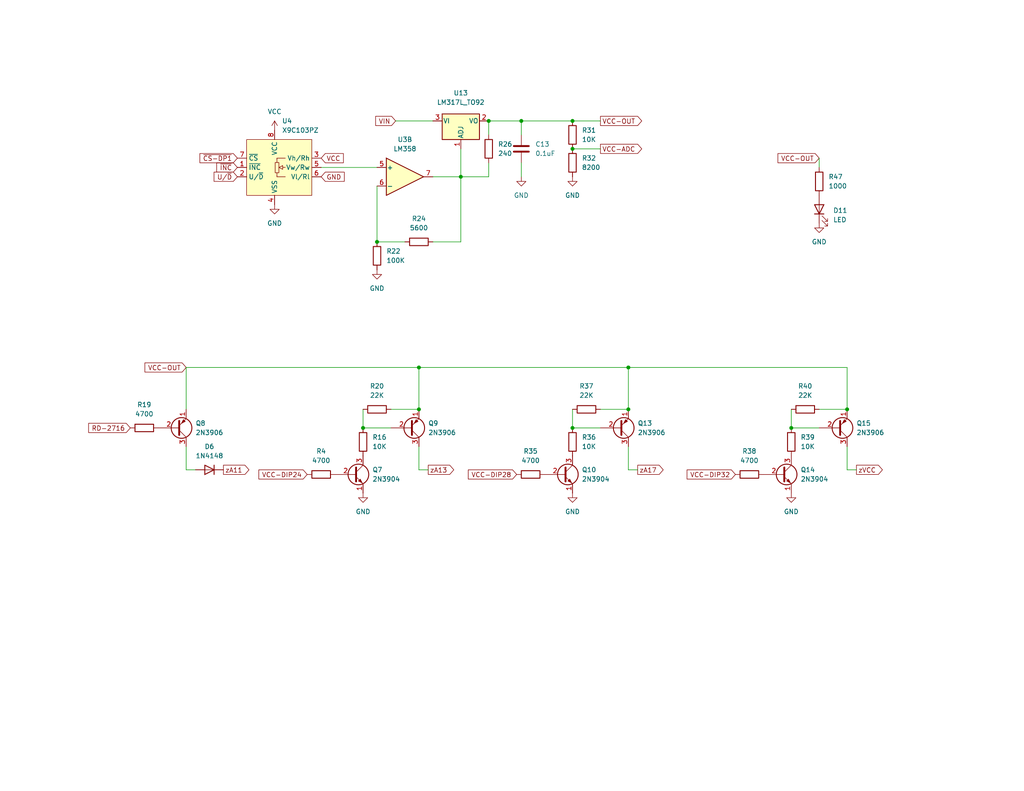
<source format=kicad_sch>
(kicad_sch (version 20211123) (generator eeschema)
  (paper "A")
  (lib_symbols
    (symbol "Amplifier_Operational:LM358" (pin_names (offset 0.127))
      (property "Reference" "U" (at 0 5.08 0))
      (property "Value" "LM358" (at 0 -5.08 0))
      (symbol "LM358_1_1"
        (polyline (pts (xy -5.08 5.08) (xy 5.08 0) (xy -5.08 -5.08) (xy -5.08 5.08)) (stroke (width 0.254)) (fill (type background)))
        (pin output line (at 7.62 0 180) (length 2.54) (name "~") (number "1"))
        (pin input line (at -7.62 -2.54 0) (length 2.54) (name "-") (number "2"))
        (pin input line (at -7.62 2.54 0) (length 2.54) (name "+") (number "3"))
      )
      (symbol "LM358_2_1"
        (polyline (pts (xy -5.08 5.08) (xy 5.08 0) (xy -5.08 -5.08) (xy -5.08 5.08)) (stroke (width 0.254)) (fill (type background)))
        (pin input line (at -7.62 2.54 0) (length 2.54) (name "+") (number "5"))
        (pin input line (at -7.62 -2.54 0) (length 2.54) (name "-") (number "6"))
        (pin output line (at 7.62 0 180) (length 2.54) (name "~") (number "7"))
      )
      (symbol "LM358_3_1"
        (pin power_in line (at -2.54 -7.62 90) (length 3.81) (name "V-") (number "4"))
        (pin power_in line (at -2.54 7.62 270) (length 3.81) (name "V+") (number "8"))
      )
    )
    (symbol "Device:C" (pin_numbers hide) (pin_names (offset 0.254))
      (property "Reference" "C" (at 0.635 2.54 0))
      (property "Value" "C" (at 0.635 -2.54 0))
      (symbol "C_0_1"
        (polyline (pts (xy -2.032 -0.762) (xy 2.032 -0.762)) (stroke (width 0.508)))
        (polyline (pts (xy -2.032 0.762) (xy 2.032 0.762)) (stroke (width 0.508)))
      )
      (symbol "C_1_1"
        (pin passive line (at 0 3.81 270) (length 2.794) (name "~") (number "1"))
        (pin passive line (at 0 -3.81 90) (length 2.794) (name "~") (number "2"))
      )
    )
    (symbol "Device:LED" (pin_numbers hide) (pin_names (offset 1.016) hide)
      (property "Reference" "D" (at 0 2.54 0))
      (property "Value" "LED" (at 0 -2.54 0))
      (symbol "LED_0_1"
        (polyline (pts (xy -1.27 -1.27) (xy -1.27 1.27)) (stroke (width 0.254)))
        (polyline (pts (xy -1.27 0) (xy 1.27 0)))
        (polyline (pts (xy 1.27 -1.27) (xy 1.27 1.27) (xy -1.27 0) (xy 1.27 -1.27)) (stroke (width 0.254)))
        (polyline (pts (xy -3.048 -0.762) (xy -4.572 -2.286) (xy -3.81 -2.286) (xy -4.572 -2.286) (xy -4.572 -1.524)))
        (polyline (pts (xy -1.778 -0.762) (xy -3.302 -2.286) (xy -2.54 -2.286) (xy -3.302 -2.286) (xy -3.302 -1.524)))
      )
      (symbol "LED_1_1"
        (pin passive line (at -3.81 0 0) (length 2.54) (name "K") (number "1"))
        (pin passive line (at 3.81 0 180) (length 2.54) (name "A") (number "2"))
      )
    )
    (symbol "Device:R" (pin_numbers hide) (pin_names (offset 0))
      (property "Reference" "R" (at 2.032 0 90))
      (property "Value" "R" (at 0 0 90))
      (symbol "R_0_1"
        (rectangle (start -1.016 -2.54) (end 1.016 2.54) (stroke (width 0.254)))
      )
      (symbol "R_1_1"
        (pin passive line (at 0 3.81 270) (length 1.27) (name "~") (number "1"))
        (pin passive line (at 0 -3.81 90) (length 1.27) (name "~") (number "2"))
      )
    )
    (symbol "Diode:1N4148" (pin_numbers hide) (pin_names hide)
      (property "Reference" "D" (at 0 2.54 0))
      (property "Value" "1N4148" (at 0 -2.54 0))
      (symbol "1N4148_0_1"
        (polyline (pts (xy -1.27 1.27) (xy -1.27 -1.27)) (stroke (width 0.254)))
        (polyline (pts (xy 1.27 0) (xy -1.27 0)))
        (polyline (pts (xy 1.27 1.27) (xy 1.27 -1.27) (xy -1.27 0) (xy 1.27 1.27)) (stroke (width 0.254)))
      )
      (symbol "1N4148_1_1"
        (pin passive line (at -3.81 0 0) (length 2.54) (name "K") (number "1"))
        (pin passive line (at 3.81 0 180) (length 2.54) (name "A") (number "2"))
      )
    )
    (symbol "Regulator_Linear:LM317L_TO92" (pin_names (offset 0.254))
      (property "Reference" "U" (at -3.81 3.175 0))
      (property "Value" "LM317L_TO92" (at 0 3.175 0))
      (symbol "LM317L_TO92_0_1"
        (rectangle (start -5.08 1.905) (end 5.08 -5.08) (stroke (width 0.254)) (fill (type background)))
      )
      (symbol "LM317L_TO92_1_1"
        (pin input line (at 0 -7.62 90) (length 2.54) (name "ADJ") (number "1"))
        (pin power_out line (at 7.62 0 180) (length 2.54) (name "VO") (number "2"))
        (pin power_in line (at -7.62 0 0) (length 2.54) (name "VI") (number "3"))
      )
    )
    (symbol "Transistor_BJT:2N3904" (pin_names (offset 0) hide)
      (property "Reference" "Q" (at 5.08 1.905 0))
      (property "Value" "2N3904" (at 5.08 0 0))
      (symbol "2N3904_0_1"
        (polyline (pts (xy 0.635 0.635) (xy 2.54 2.54)))
        (polyline (pts (xy 0.635 -0.635) (xy 2.54 -2.54) (xy 2.54 -2.54)))
        (polyline (pts (xy 0.635 1.905) (xy 0.635 -1.905) (xy 0.635 -1.905)) (stroke (width 0.508)))
        (polyline (pts (xy 1.27 -1.778) (xy 1.778 -1.27) (xy 2.286 -2.286) (xy 1.27 -1.778) (xy 1.27 -1.778)) (fill (type outline)))
        (circle (center 1.27 0) (radius 2.8194) (stroke (width 0.254)))
      )
      (symbol "2N3904_1_1"
        (pin passive line (at 2.54 -5.08 90) (length 2.54) (name "E") (number "1"))
        (pin passive line (at -5.08 0 0) (length 5.715) (name "B") (number "2"))
        (pin passive line (at 2.54 5.08 270) (length 2.54) (name "C") (number "3"))
      )
    )
    (symbol "Transistor_BJT:2N3906" (pin_names (offset 0) hide)
      (property "Reference" "Q" (at 5.08 1.905 0))
      (property "Value" "2N3906" (at 5.08 0 0))
      (symbol "2N3906_0_1"
        (polyline (pts (xy 0.635 0.635) (xy 2.54 2.54)))
        (polyline (pts (xy 0.635 -0.635) (xy 2.54 -2.54) (xy 2.54 -2.54)))
        (polyline (pts (xy 0.635 1.905) (xy 0.635 -1.905) (xy 0.635 -1.905)) (stroke (width 0.508)))
        (polyline (pts (xy 2.286 -1.778) (xy 1.778 -2.286) (xy 1.27 -1.27) (xy 2.286 -1.778) (xy 2.286 -1.778)) (fill (type outline)))
        (circle (center 1.27 0) (radius 2.8194) (stroke (width 0.254)))
      )
      (symbol "2N3906_1_1"
        (pin passive line (at 2.54 -5.08 90) (length 2.54) (name "E") (number "1"))
        (pin input line (at -5.08 0 0) (length 5.715) (name "B") (number "2"))
        (pin passive line (at 2.54 5.08 270) (length 2.54) (name "C") (number "3"))
      )
    )
    (symbol "X9Cxxx:X9C103PZ"
      (property "Reference" "U?" (at 0.7494 12.7 0))
      (property "Value" "X9C103PZ" (at 0.7494 10.16 0))
      (symbol "X9C103PZ_0_1"
        (polyline (pts (xy -1.27 7.62) (xy 8.89 7.62) (xy 8.89 -5.08) (xy 8.89 -7.62) (xy -8.89 -7.62) (xy -8.89 7.62) (xy -1.27 7.62)) (fill (type background)))
      )
      (symbol "X9C103PZ_1_1"
        (rectangle (start -1.1176 1.3462) (end -0.1016 -1.4478))
        (polyline (pts (xy -0.635 -2.286) (xy -0.635 -1.4478)))
        (polyline (pts (xy -0.635 2.3114) (xy -0.635 1.3716)))
        (polyline (pts (xy 0.9398 0.0254) (xy 1.651 0.0254)))
        (polyline (pts (xy -0.635 -2.54) (xy -0.635 -2.286) (xy -0.635 -2.286)) (fill (type background)))
        (polyline (pts (xy -0.635 -2.54) (xy 1.651 -2.54) (xy 1.651 -2.54)) (fill (type background)))
        (polyline (pts (xy -0.635 2.54) (xy -0.635 2.286) (xy -0.635 2.286)))
        (polyline (pts (xy -0.635 2.54) (xy 1.651 2.54) (xy 1.651 2.54)) (fill (type background)))
        (polyline (pts (xy 0.9398 0.508) (xy 0.9398 -0.508) (xy -0.0762 0) (xy 0.9398 0.508) (xy 0.9398 0.508)) (fill (type background)))
        (pin input line (at -11.43 0 0) (length 2.54) (name "~{INC}") (number "1"))
        (pin input line (at -11.43 -2.54 0) (length 2.54) (name "U/~{D}") (number "2"))
        (pin passive line (at 11.43 2.54 180) (length 2.54) (name "Vh/Rh") (number "3"))
        (pin power_in line (at -1.27 -10.16 90) (length 2.54) (name "VSS") (number "4"))
        (pin passive line (at 11.43 0 180) (length 2.54) (name "Vw/Rw") (number "5"))
        (pin passive line (at 11.43 -2.54 180) (length 2.54) (name "Vl/Rl") (number "6"))
        (pin input line (at -11.43 2.54 0) (length 2.54) (name "~{CS}") (number "7"))
        (pin power_in line (at -1.27 10.16 270) (length 2.54) (name "VCC") (number "8"))
      )
    )
    (symbol "power:GND" (power) (pin_names (offset 0))
      (property "Value" "GND" (at 0 -3.81 0))
      (symbol "GND_0_1"
        (polyline (pts (xy 0 0) (xy 0 -1.27) (xy 1.27 -1.27) (xy 0 -2.54) (xy -1.27 -1.27) (xy 0 -1.27)))
      )
      (symbol "GND_1_1"
        (pin power_in line (at 0 0 270) (length 0) hide (name "GND") (number "1"))
      )
    )
    (symbol "power:VCC" (power) (pin_names (offset 0))
      (property "Value" "VCC" (at 0 3.81 0))
      (symbol "VCC_0_1"
        (polyline (pts (xy -0.762 1.27) (xy 0 2.54)))
        (polyline (pts (xy 0 0) (xy 0 2.54)))
        (polyline (pts (xy 0 2.54) (xy 0.762 1.27)))
      )
      (symbol "VCC_1_1"
        (pin power_in line (at 0 0 90) (length 0) hide (name "VCC") (number "1"))
      )
    )
  )
  (junction (at 156.21 116.84))
  (junction (at 156.21 40.64))
  (junction (at 171.45 100.33))
  (junction (at 133.35 33.02))
  (junction (at 125.73 48.26))
  (junction (at 142.24 33.02))
  (junction (at 102.87 66.04))
  (junction (at 215.9 116.84))
  (junction (at 114.3 100.33))
  (junction (at 231.14 111.76))
  (junction (at 114.3 111.76))
  (junction (at 99.06 116.84))
  (junction (at 171.45 111.76))
  (junction (at 156.21 33.02))
  (wire (pts (xy 156.21 111.76) (xy 156.21 116.84)))
  (wire (pts (xy 114.3 128.27) (xy 116.84 128.27)))
  (wire (pts (xy 231.14 128.27) (xy 233.68 128.27)))
  (wire (pts (xy 87.63 45.72) (xy 102.87 45.72)))
  (wire (pts (xy 118.11 66.04) (xy 125.73 66.04)))
  (wire (pts (xy 107.95 33.02) (xy 118.11 33.02)))
  (wire (pts (xy 118.11 48.26) (xy 125.73 48.26)))
  (wire (pts (xy 223.52 111.76) (xy 231.14 111.76)))
  (wire (pts (xy 171.45 128.27) (xy 173.99 128.27)))
  (wire (pts (xy 133.35 33.02) (xy 133.35 36.83)))
  (wire (pts (xy 50.8 100.33) (xy 114.3 100.33)))
  (wire (pts (xy 142.24 44.45) (xy 142.24 48.26)))
  (wire (pts (xy 133.35 44.45) (xy 133.35 48.26)))
  (wire (pts (xy 114.3 100.33) (xy 114.3 111.76)))
  (wire (pts (xy 133.35 48.26) (xy 125.73 48.26)))
  (wire (pts (xy 156.21 116.84) (xy 163.83 116.84)))
  (wire (pts (xy 171.45 121.92) (xy 171.45 128.27)))
  (wire (pts (xy 215.9 116.84) (xy 223.52 116.84)))
  (wire (pts (xy 215.9 111.76) (xy 215.9 116.84)))
  (wire (pts (xy 50.8 100.33) (xy 50.8 111.76)))
  (wire (pts (xy 163.83 111.76) (xy 171.45 111.76)))
  (wire (pts (xy 125.73 66.04) (xy 125.73 48.26)))
  (wire (pts (xy 171.45 100.33) (xy 171.45 111.76)))
  (wire (pts (xy 106.68 111.76) (xy 114.3 111.76)))
  (wire (pts (xy 156.21 33.02) (xy 163.83 33.02)))
  (wire (pts (xy 50.8 121.92) (xy 50.8 128.27)))
  (wire (pts (xy 156.21 40.64) (xy 163.83 40.64)))
  (wire (pts (xy 231.14 100.33) (xy 231.14 111.76)))
  (wire (pts (xy 114.3 121.92) (xy 114.3 128.27)))
  (wire (pts (xy 142.24 33.02) (xy 156.21 33.02)))
  (wire (pts (xy 223.52 43.18) (xy 223.52 45.72)))
  (wire (pts (xy 99.06 116.84) (xy 106.68 116.84)))
  (wire (pts (xy 231.14 121.92) (xy 231.14 128.27)))
  (wire (pts (xy 99.06 111.76) (xy 99.06 116.84)))
  (wire (pts (xy 114.3 100.33) (xy 171.45 100.33)))
  (wire (pts (xy 102.87 50.8) (xy 102.87 66.04)))
  (wire (pts (xy 142.24 33.02) (xy 142.24 36.83)))
  (wire (pts (xy 50.8 128.27) (xy 53.34 128.27)))
  (wire (pts (xy 110.49 66.04) (xy 102.87 66.04)))
  (wire (pts (xy 125.73 48.26) (xy 125.73 40.64)))
  (wire (pts (xy 171.45 100.33) (xy 231.14 100.33)))
  (wire (pts (xy 133.35 33.02) (xy 142.24 33.02)))
  (global_label "VCC" (shape input) (at 87.63 43.18 0) (property "Intersheet References" "${INTERSHEET_REFS}" (effects hide)))
  (global_label "VCC-OUT" (shape input) (at 50.8 100.33 180) (property "Intersheet References" "${INTERSHEET_REFS}" (effects hide)))
  (global_label "VCC-DIP24" (shape input) (at 83.82 129.54 180) (property "Intersheet References" "${INTERSHEET_REFS}" (effects hide)))
  (global_label "zA17" (shape output) (at 173.99 128.27 0) (property "Intersheet References" "${INTERSHEET_REFS}" (effects hide)))
  (global_label "~{INC}" (shape input) (at 64.77 45.72 180) (property "Intersheet References" "${INTERSHEET_REFS}" (effects hide)))
  (global_label "VCC-DIP32" (shape input) (at 200.66 129.54 180) (property "Intersheet References" "${INTERSHEET_REFS}" (effects hide)))
  (global_label "VIN" (shape input) (at 107.95 33.02 180) (property "Intersheet References" "${INTERSHEET_REFS}" (effects hide)))
  (global_label "RD-2716" (shape input) (at 35.56 116.84 180) (property "Intersheet References" "${INTERSHEET_REFS}" (effects hide)))
  (global_label "zA13" (shape output) (at 116.84 128.27 0) (property "Intersheet References" "${INTERSHEET_REFS}" (effects hide)))
  (global_label "zA11" (shape output) (at 60.96 128.27 0) (property "Intersheet References" "${INTERSHEET_REFS}" (effects hide)))
  (global_label "VCC-ADC" (shape output) (at 163.83 40.64 0) (property "Intersheet References" "${INTERSHEET_REFS}" (effects hide)))
  (global_label "VCC-DIP28" (shape input) (at 140.97 129.54 180) (property "Intersheet References" "${INTERSHEET_REFS}" (effects hide)))
  (global_label "U{slash}~{D}" (shape input) (at 64.77 48.26 180) (property "Intersheet References" "${INTERSHEET_REFS}" (effects hide)))
  (global_label "VCC-OUT" (shape output) (at 163.83 33.02 0) (property "Intersheet References" "${INTERSHEET_REFS}" (effects hide)))
  (global_label "~{CS-DP1}" (shape input) (at 64.77 43.18 180) (property "Intersheet References" "${INTERSHEET_REFS}" (effects hide)))
  (global_label "zVCC" (shape output) (at 233.68 128.27 0) (property "Intersheet References" "${INTERSHEET_REFS}" (effects hide)))
  (global_label "GND" (shape input) (at 87.63 48.26 0) (property "Intersheet References" "${INTERSHEET_REFS}" (effects hide)))
  (global_label "VCC-OUT" (shape input) (at 223.52 43.18 180) (property "Intersheet References" "${INTERSHEET_REFS}" (effects hide)))
  (symbol (lib_id "Device:R") (at 114.3 66.04 90) (unit 1)
    (property "Reference" "R24" (at 114.3 59.69 90))
    (property "Value" "5600" (at 114.3 62.23 90))
    (property "Footprint" "Resistor_THT:R_Axial_DIN0207_L6.3mm_D2.5mm_P7.62mm_Horizontal" (effects hide))
  )
  (symbol (lib_id "Device:R") (at 99.06 120.65 0) (unit 1)
    (property "Reference" "R16" (at 101.6 119.3799 0) (effects (justify left)))
    (property "Value" "10K" (at 101.6 121.9199 0) (effects (justify left)))
    (property "Footprint" "Resistor_THT:R_Axial_DIN0207_L6.3mm_D2.5mm_P7.62mm_Horizontal" (effects hide))
  )
  (symbol (lib_id "Device:R") (at 144.78 129.54 90) (unit 1)
    (property "Reference" "R35" (at 144.78 123.19 90))
    (property "Value" "4700" (at 144.78 125.73 90))
    (property "Footprint" "Resistor_THT:R_Axial_DIN0207_L6.3mm_D2.5mm_P7.62mm_Horizontal" (effects hide))
  )
  (symbol (lib_id "Device:C") (at 142.24 40.64 0) (unit 1)
    (property "Reference" "C13" (at 146.05 39.3699 0) (effects (justify left)))
    (property "Value" "0.1uF" (at 146.05 41.9099 0) (effects (justify left)))
    (property "Footprint" "Capacitor_THT:C_Disc_D5.0mm_W2.5mm_P5.00mm" (effects hide))
  )
  (symbol (lib_id "Transistor_BJT:2N3906") (at 168.91 116.84 0) (mirror x) (unit 1)
    (property "Reference" "Q13" (at 173.99 115.5699 0) (effects (justify left)))
    (property "Value" "2N3906" (at 173.99 118.1099 0) (effects (justify left)))
    (property "Footprint" "Package_TO_SOT_THT:TO-92_HandSolder" (effects hide))
    (property "Datasheet" "https://www.onsemi.com/pub/Collateral/2N3906-D.PDF" (effects hide))
  )
  (symbol (lib_id "Device:R") (at 160.02 111.76 90) (unit 1)
    (property "Reference" "R37" (at 160.02 105.41 90))
    (property "Value" "22K" (at 160.02 107.95 90))
    (property "Footprint" "Resistor_THT:R_Axial_DIN0207_L6.3mm_D2.5mm_P7.62mm_Horizontal" (effects hide))
  )
  (symbol (lib_id "Device:R") (at 102.87 69.85 0) (unit 1)
    (property "Reference" "R22" (at 105.41 68.5799 0) (effects (justify left)))
    (property "Value" "100K" (at 105.41 71.1199 0) (effects (justify left)))
    (property "Footprint" "Resistor_THT:R_Axial_DIN0207_L6.3mm_D2.5mm_P7.62mm_Horizontal" (effects hide))
  )
  (symbol (lib_id "power:GND") (at 102.87 73.66 0) (unit 1)
    (property "Reference" "#PWR022" (effects hide))
    (property "Value" "GND" (at 102.87 78.74 0))
  )
  (symbol (lib_id "Transistor_BJT:2N3906") (at 48.26 116.84 0) (mirror x) (unit 1)
    (property "Reference" "Q8" (at 53.34 115.5699 0) (effects (justify left)))
    (property "Value" "2N3906" (at 53.34 118.1099 0) (effects (justify left)))
    (property "Footprint" "Package_TO_SOT_THT:TO-92_HandSolder" (effects hide))
    (property "Datasheet" "https://www.onsemi.com/pub/Collateral/2N3906-D.PDF" (effects hide))
  )
  (symbol (lib_id "Transistor_BJT:2N3906") (at 228.6 116.84 0) (mirror x) (unit 1)
    (property "Reference" "Q15" (at 233.68 115.5699 0) (effects (justify left)))
    (property "Value" "2N3906" (at 233.68 118.1099 0) (effects (justify left)))
    (property "Footprint" "Package_TO_SOT_THT:TO-92_HandSolder" (effects hide))
    (property "Datasheet" "https://www.onsemi.com/pub/Collateral/2N3906-D.PDF" (effects hide))
  )
  (symbol (lib_id "X9Cxxx:X9C103PZ") (at 76.2 45.72 0) (unit 1)
    (property "Reference" "U4" (at 76.9494 33.02 0) (effects (justify left)))
    (property "Value" "X9C103PZ" (at 76.9494 35.56 0) (effects (justify left)))
    (property "Footprint" "Package_DIP:DIP-8_W7.62mm_Socket" (effects hide))
    (property "Datasheet" "https://www.renesas.com/us/en/document/dst/x9c102-x9c103-x9c104-x9c503-datasheet" (effects hide))
  )
  (symbol (lib_id "Transistor_BJT:2N3904") (at 96.52 129.54 0) (unit 1)
    (property "Reference" "Q7" (at 101.6 128.2699 0) (effects (justify left)))
    (property "Value" "2N3904" (at 101.6 130.8099 0) (effects (justify left)))
    (property "Footprint" "Package_TO_SOT_THT:TO-92_HandSolder" (effects hide))
    (property "Datasheet" "https://www.onsemi.com/pub/Collateral/2N3903-D.PDF" (effects hide))
  )
  (symbol (lib_id "power:GND") (at 74.93 55.88 0) (unit 1)
    (property "Reference" "#PWR057" (effects hide))
    (property "Value" "GND" (at 74.93 60.96 0))
  )
  (symbol (lib_id "Amplifier_Operational:LM358") (at 110.49 48.26 0) (unit 2)
    (property "Reference" "U3" (at 110.49 38.1 0))
    (property "Value" "LM358" (at 110.49 40.64 0))
    (property "Footprint" "Package_DIP:DIP-8_W7.62mm_Socket" (effects hide))
    (property "Datasheet" "http://www.ti.com/lit/ds/symlink/lm2904-n.pdf" (effects hide))
  )
  (symbol (lib_id "Transistor_BJT:2N3904") (at 153.67 129.54 0) (unit 1)
    (property "Reference" "Q10" (at 158.75 128.2699 0) (effects (justify left)))
    (property "Value" "2N3904" (at 158.75 130.8099 0) (effects (justify left)))
    (property "Footprint" "Package_TO_SOT_THT:TO-92_HandSolder" (effects hide))
    (property "Datasheet" "https://www.onsemi.com/pub/Collateral/2N3903-D.PDF" (effects hide))
  )
  (symbol (lib_id "Device:R") (at 156.21 44.45 0) (unit 1)
    (property "Reference" "R32" (at 158.75 43.1799 0) (effects (justify left)))
    (property "Value" "8200" (at 158.75 45.7199 0) (effects (justify left)))
    (property "Footprint" "Resistor_THT:R_Axial_DIN0207_L6.3mm_D2.5mm_P7.62mm_Horizontal" (effects hide))
  )
  (symbol (lib_id "Diode:1N4148") (at 57.15 128.27 180) (unit 1)
    (property "Reference" "D6" (at 57.15 121.92 0))
    (property "Value" "1N4148" (at 57.15 124.46 0))
    (property "Footprint" "Diode_THT:D_DO-35_SOD27_P7.62mm_Horizontal" (effects hide))
    (property "Datasheet" "https://assets.nexperia.com/documents/data-sheet/1N4148_1N4448.pdf" (effects hide))
  )
  (symbol (lib_id "Device:R") (at 204.47 129.54 90) (unit 1)
    (property "Reference" "R38" (at 204.47 123.19 90))
    (property "Value" "4700" (at 204.47 125.73 90))
    (property "Footprint" "Resistor_THT:R_Axial_DIN0207_L6.3mm_D2.5mm_P7.62mm_Horizontal" (effects hide))
  )
  (symbol (lib_id "power:GND") (at 142.24 48.26 0) (unit 1)
    (property "Reference" "#PWR027" (effects hide))
    (property "Value" "GND" (at 142.24 53.34 0))
  )
  (symbol (lib_id "Device:R") (at 102.87 111.76 90) (unit 1)
    (property "Reference" "R20" (at 102.87 105.41 90))
    (property "Value" "22K" (at 102.87 107.95 90))
    (property "Footprint" "Resistor_THT:R_Axial_DIN0207_L6.3mm_D2.5mm_P7.62mm_Horizontal" (effects hide))
  )
  (symbol (lib_id "power:GND") (at 156.21 48.26 0) (unit 1)
    (property "Reference" "#PWR029" (effects hide))
    (property "Value" "GND" (at 156.21 53.34 0))
  )
  (symbol (lib_id "Device:R") (at 39.37 116.84 90) (unit 1)
    (property "Reference" "R19" (at 39.37 110.49 90))
    (property "Value" "4700" (at 39.37 113.03 90))
    (property "Footprint" "Resistor_THT:R_Axial_DIN0207_L6.3mm_D2.5mm_P7.62mm_Horizontal" (effects hide))
  )
  (symbol (lib_id "Device:R") (at 156.21 36.83 0) (unit 1)
    (property "Reference" "R31" (at 158.75 35.5599 0) (effects (justify left)))
    (property "Value" "10K" (at 158.75 38.0999 0) (effects (justify left)))
    (property "Footprint" "Resistor_THT:R_Axial_DIN0207_L6.3mm_D2.5mm_P7.62mm_Horizontal" (effects hide))
  )
  (symbol (lib_id "power:GND") (at 156.21 134.62 0) (unit 1)
    (property "Reference" "#PWR012" (effects hide))
    (property "Value" "GND" (at 156.21 139.7 0))
  )
  (symbol (lib_id "Device:R") (at 87.63 129.54 90) (unit 1)
    (property "Reference" "R4" (at 87.63 123.19 90))
    (property "Value" "4700" (at 87.63 125.73 90))
    (property "Footprint" "Resistor_THT:R_Axial_DIN0207_L6.3mm_D2.5mm_P7.62mm_Horizontal" (effects hide))
  )
  (symbol (lib_id "Transistor_BJT:2N3906") (at 111.76 116.84 0) (mirror x) (unit 1)
    (property "Reference" "Q9" (at 116.84 115.5699 0) (effects (justify left)))
    (property "Value" "2N3906" (at 116.84 118.1099 0) (effects (justify left)))
    (property "Footprint" "Package_TO_SOT_THT:TO-92_HandSolder" (effects hide))
    (property "Datasheet" "https://www.onsemi.com/pub/Collateral/2N3906-D.PDF" (effects hide))
  )
  (symbol (lib_id "Device:R") (at 133.35 40.64 0) (unit 1)
    (property "Reference" "R26" (at 135.89 39.3699 0) (effects (justify left)))
    (property "Value" "240" (at 135.89 41.9099 0) (effects (justify left)))
    (property "Footprint" "Resistor_THT:R_Axial_DIN0207_L6.3mm_D2.5mm_P7.62mm_Horizontal" (effects hide))
  )
  (symbol (lib_id "Regulator_Linear:LM317L_TO92") (at 125.73 33.02 0) (unit 1)
    (property "Reference" "U13" (at 125.73 25.4 0))
    (property "Value" "LM317L_TO92" (at 125.73 27.94 0))
    (property "Footprint" "Package_TO_SOT_THT:TO-92_HandSolder" (effects hide))
    (property "Datasheet" "http://www.ti.com/lit/ds/snvs775k/snvs775k.pdf" (effects hide))
  )
  (symbol (lib_id "Device:LED") (at 223.52 57.15 90) (unit 1)
    (property "Reference" "D11" (at 227.33 57.4674 90) (effects (justify right)))
    (property "Value" "LED" (at 227.33 60.0074 90) (effects (justify right)))
    (property "Footprint" "LED_THT:LED_D3.0mm" (effects hide))
  )
  (symbol (lib_id "power:GND") (at 99.06 134.62 0) (unit 1)
    (property "Reference" "#PWR03" (effects hide))
    (property "Value" "GND" (at 99.06 139.7 0))
  )
  (symbol (lib_id "Transistor_BJT:2N3904") (at 213.36 129.54 0) (unit 1)
    (property "Reference" "Q14" (at 218.44 128.2699 0) (effects (justify left)))
    (property "Value" "2N3904" (at 218.44 130.8099 0) (effects (justify left)))
    (property "Footprint" "Package_TO_SOT_THT:TO-92_HandSolder" (effects hide))
    (property "Datasheet" "https://www.onsemi.com/pub/Collateral/2N3903-D.PDF" (effects hide))
  )
  (symbol (lib_id "power:GND") (at 223.52 60.96 0) (unit 1)
    (property "Reference" "#PWR036" (effects hide))
    (property "Value" "GND" (at 223.52 66.04 0))
  )
  (symbol (lib_id "power:GND") (at 215.9 134.62 0) (unit 1)
    (property "Reference" "#PWR030" (effects hide))
    (property "Value" "GND" (at 215.9 139.7 0))
  )
  (symbol (lib_id "Device:R") (at 219.71 111.76 90) (unit 1)
    (property "Reference" "R40" (at 219.71 105.41 90))
    (property "Value" "22K" (at 219.71 107.95 90))
    (property "Footprint" "Resistor_THT:R_Axial_DIN0207_L6.3mm_D2.5mm_P7.62mm_Horizontal" (effects hide))
  )
  (symbol (lib_id "Device:R") (at 156.21 120.65 0) (unit 1)
    (property "Reference" "R36" (at 158.75 119.3799 0) (effects (justify left)))
    (property "Value" "10K" (at 158.75 121.9199 0) (effects (justify left)))
    (property "Footprint" "Resistor_THT:R_Axial_DIN0207_L6.3mm_D2.5mm_P7.62mm_Horizontal" (effects hide))
  )
  (symbol (lib_id "power:VCC") (at 74.93 35.56 0) (unit 1)
    (property "Reference" "#PWR056" (effects hide))
    (property "Value" "VCC" (at 74.93 30.48 0))
  )
  (symbol (lib_id "Device:R") (at 223.52 49.53 0) (unit 1)
    (property "Reference" "R47" (at 226.06 48.2599 0) (effects (justify left)))
    (property "Value" "1000" (at 226.06 50.7999 0) (effects (justify left)))
    (property "Footprint" "Resistor_THT:R_Axial_DIN0207_L6.3mm_D2.5mm_P7.62mm_Horizontal" (effects hide))
  )
  (symbol (lib_id "Device:R") (at 215.9 120.65 0) (unit 1)
    (property "Reference" "R39" (at 218.44 119.3799 0) (effects (justify left)))
    (property "Value" "10K" (at 218.44 121.9199 0) (effects (justify left)))
    (property "Footprint" "Resistor_THT:R_Axial_DIN0207_L6.3mm_D2.5mm_P7.62mm_Horizontal" (effects hide))
  )
)
</source>
